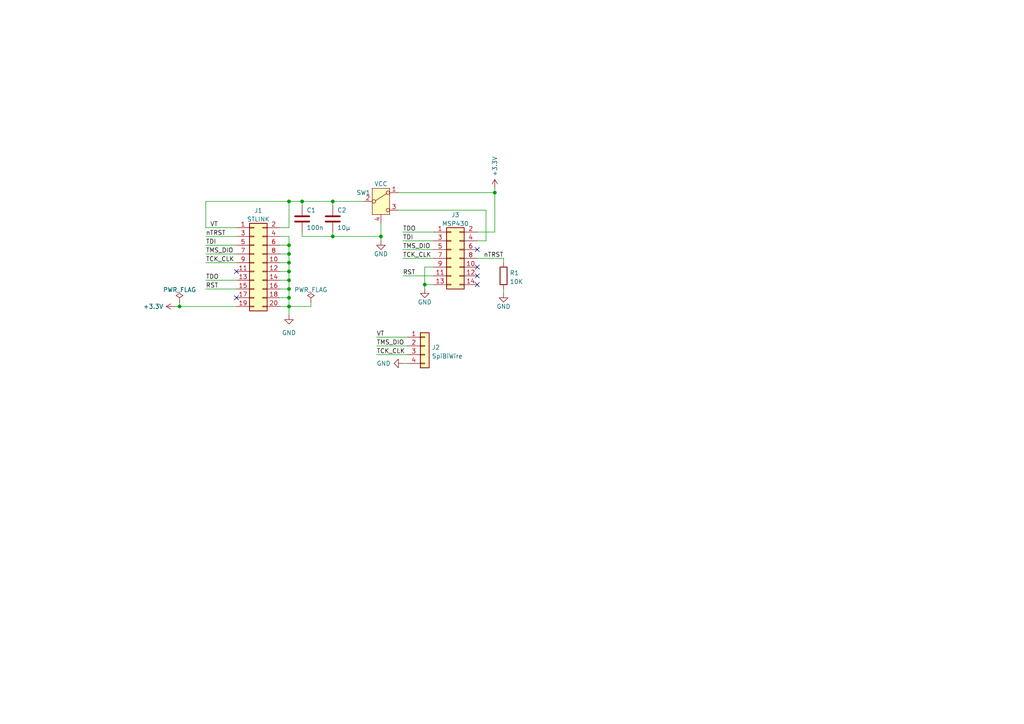
<source format=kicad_sch>
(kicad_sch (version 20211123) (generator eeschema)
  (paper "A4")
  (title_block (title "STLinkV2 to MSP430 Adapter") (date "2022-12-08") (rev "1") (company "Mathias Gruber"))
  (lib_symbols
    (symbol "Connector_Generic:Conn_01x04" (pin_names (offset 1.016) hide)
      (property "Reference" "J" (at 0 5.08 0))
      (property "Value" "Conn_01x04" (at 0 -7.62 0))
      (symbol "Conn_01x04_1_1"
        (rectangle (start -1.27 -4.953) (end 0 -5.207) (stroke (width 0.1524)))
        (rectangle (start -1.27 -2.413) (end 0 -2.667) (stroke (width 0.1524)))
        (rectangle (start -1.27 0.127) (end 0 -0.127) (stroke (width 0.1524)))
        (rectangle (start -1.27 2.667) (end 0 2.413) (stroke (width 0.1524)))
        (rectangle (start -1.27 3.81) (end 1.27 -6.35) (stroke (width 0.254)) (fill (type background)))
        (pin passive line (at -5.08 2.54 0) (length 3.81) (name "Pin_1") (number "1"))
        (pin passive line (at -5.08 0 0) (length 3.81) (name "Pin_2") (number "2"))
        (pin passive line (at -5.08 -2.54 0) (length 3.81) (name "Pin_3") (number "3"))
        (pin passive line (at -5.08 -5.08 0) (length 3.81) (name "Pin_4") (number "4"))
      )
    )
    (symbol "Connector_Generic:Conn_02x07_Odd_Even" (pin_names (offset 1.016) hide)
      (property "Reference" "J" (at 1.27 10.16 0))
      (property "Value" "Conn_02x07_Odd_Even" (at 1.27 -10.16 0))
      (symbol "Conn_02x07_Odd_Even_1_1"
        (rectangle (start -1.27 -7.493) (end 0 -7.747) (stroke (width 0.1524)))
        (rectangle (start -1.27 -4.953) (end 0 -5.207) (stroke (width 0.1524)))
        (rectangle (start -1.27 -2.413) (end 0 -2.667) (stroke (width 0.1524)))
        (rectangle (start -1.27 0.127) (end 0 -0.127) (stroke (width 0.1524)))
        (rectangle (start -1.27 2.667) (end 0 2.413) (stroke (width 0.1524)))
        (rectangle (start -1.27 5.207) (end 0 4.953) (stroke (width 0.1524)))
        (rectangle (start -1.27 7.747) (end 0 7.493) (stroke (width 0.1524)))
        (rectangle (start -1.27 8.89) (end 3.81 -8.89) (stroke (width 0.254)) (fill (type background)))
        (rectangle (start 3.81 -7.493) (end 2.54 -7.747) (stroke (width 0.1524)))
        (rectangle (start 3.81 -4.953) (end 2.54 -5.207) (stroke (width 0.1524)))
        (rectangle (start 3.81 -2.413) (end 2.54 -2.667) (stroke (width 0.1524)))
        (rectangle (start 3.81 0.127) (end 2.54 -0.127) (stroke (width 0.1524)))
        (rectangle (start 3.81 2.667) (end 2.54 2.413) (stroke (width 0.1524)))
        (rectangle (start 3.81 5.207) (end 2.54 4.953) (stroke (width 0.1524)))
        (rectangle (start 3.81 7.747) (end 2.54 7.493) (stroke (width 0.1524)))
        (pin passive line (at -5.08 7.62 0) (length 3.81) (name "Pin_1") (number "1"))
        (pin passive line (at 7.62 -2.54 180) (length 3.81) (name "Pin_10") (number "10"))
        (pin passive line (at -5.08 -5.08 0) (length 3.81) (name "Pin_11") (number "11"))
        (pin passive line (at 7.62 -5.08 180) (length 3.81) (name "Pin_12") (number "12"))
        (pin passive line (at -5.08 -7.62 0) (length 3.81) (name "Pin_13") (number "13"))
        (pin passive line (at 7.62 -7.62 180) (length 3.81) (name "Pin_14") (number "14"))
        (pin passive line (at 7.62 7.62 180) (length 3.81) (name "Pin_2") (number "2"))
        (pin passive line (at -5.08 5.08 0) (length 3.81) (name "Pin_3") (number "3"))
        (pin passive line (at 7.62 5.08 180) (length 3.81) (name "Pin_4") (number "4"))
        (pin passive line (at -5.08 2.54 0) (length 3.81) (name "Pin_5") (number "5"))
        (pin passive line (at 7.62 2.54 180) (length 3.81) (name "Pin_6") (number "6"))
        (pin passive line (at -5.08 0 0) (length 3.81) (name "Pin_7") (number "7"))
        (pin passive line (at 7.62 0 180) (length 3.81) (name "Pin_8") (number "8"))
        (pin passive line (at -5.08 -2.54 0) (length 3.81) (name "Pin_9") (number "9"))
      )
    )
    (symbol "Connector_Generic:Conn_02x10_Odd_Even" (pin_names (offset 1.016) hide)
      (property "Reference" "J" (at 1.27 12.7 0))
      (property "Value" "Conn_02x10_Odd_Even" (at 1.27 -15.24 0))
      (symbol "Conn_02x10_Odd_Even_1_1"
        (rectangle (start -1.27 -12.573) (end 0 -12.827) (stroke (width 0.1524)))
        (rectangle (start -1.27 -10.033) (end 0 -10.287) (stroke (width 0.1524)))
        (rectangle (start -1.27 -7.493) (end 0 -7.747) (stroke (width 0.1524)))
        (rectangle (start -1.27 -4.953) (end 0 -5.207) (stroke (width 0.1524)))
        (rectangle (start -1.27 -2.413) (end 0 -2.667) (stroke (width 0.1524)))
        (rectangle (start -1.27 0.127) (end 0 -0.127) (stroke (width 0.1524)))
        (rectangle (start -1.27 2.667) (end 0 2.413) (stroke (width 0.1524)))
        (rectangle (start -1.27 5.207) (end 0 4.953) (stroke (width 0.1524)))
        (rectangle (start -1.27 7.747) (end 0 7.493) (stroke (width 0.1524)))
        (rectangle (start -1.27 10.287) (end 0 10.033) (stroke (width 0.1524)))
        (rectangle (start -1.27 11.43) (end 3.81 -13.97) (stroke (width 0.254)) (fill (type background)))
        (rectangle (start 3.81 -12.573) (end 2.54 -12.827) (stroke (width 0.1524)))
        (rectangle (start 3.81 -10.033) (end 2.54 -10.287) (stroke (width 0.1524)))
        (rectangle (start 3.81 -7.493) (end 2.54 -7.747) (stroke (width 0.1524)))
        (rectangle (start 3.81 -4.953) (end 2.54 -5.207) (stroke (width 0.1524)))
        (rectangle (start 3.81 -2.413) (end 2.54 -2.667) (stroke (width 0.1524)))
        (rectangle (start 3.81 0.127) (end 2.54 -0.127) (stroke (width 0.1524)))
        (rectangle (start 3.81 2.667) (end 2.54 2.413) (stroke (width 0.1524)))
        (rectangle (start 3.81 5.207) (end 2.54 4.953) (stroke (width 0.1524)))
        (rectangle (start 3.81 7.747) (end 2.54 7.493) (stroke (width 0.1524)))
        (rectangle (start 3.81 10.287) (end 2.54 10.033) (stroke (width 0.1524)))
        (pin passive line (at -5.08 10.16 0) (length 3.81) (name "Pin_1") (number "1"))
        (pin passive line (at 7.62 0 180) (length 3.81) (name "Pin_10") (number "10"))
        (pin passive line (at -5.08 -2.54 0) (length 3.81) (name "Pin_11") (number "11"))
        (pin passive line (at 7.62 -2.54 180) (length 3.81) (name "Pin_12") (number "12"))
        (pin passive line (at -5.08 -5.08 0) (length 3.81) (name "Pin_13") (number "13"))
        (pin passive line (at 7.62 -5.08 180) (length 3.81) (name "Pin_14") (number "14"))
        (pin passive line (at -5.08 -7.62 0) (length 3.81) (name "Pin_15") (number "15"))
        (pin passive line (at 7.62 -7.62 180) (length 3.81) (name "Pin_16") (number "16"))
        (pin passive line (at -5.08 -10.16 0) (length 3.81) (name "Pin_17") (number "17"))
        (pin passive line (at 7.62 -10.16 180) (length 3.81) (name "Pin_18") (number "18"))
        (pin passive line (at -5.08 -12.7 0) (length 3.81) (name "Pin_19") (number "19"))
        (pin passive line (at 7.62 10.16 180) (length 3.81) (name "Pin_2") (number "2"))
        (pin passive line (at 7.62 -12.7 180) (length 3.81) (name "Pin_20") (number "20"))
        (pin passive line (at -5.08 7.62 0) (length 3.81) (name "Pin_3") (number "3"))
        (pin passive line (at 7.62 7.62 180) (length 3.81) (name "Pin_4") (number "4"))
        (pin passive line (at -5.08 5.08 0) (length 3.81) (name "Pin_5") (number "5"))
        (pin passive line (at 7.62 5.08 180) (length 3.81) (name "Pin_6") (number "6"))
        (pin passive line (at -5.08 2.54 0) (length 3.81) (name "Pin_7") (number "7"))
        (pin passive line (at 7.62 2.54 180) (length 3.81) (name "Pin_8") (number "8"))
        (pin passive line (at -5.08 0 0) (length 3.81) (name "Pin_9") (number "9"))
      )
    )
    (symbol "Device:C" (pin_numbers hide) (pin_names (offset 0.254))
      (property "Reference" "C" (at 0.635 2.54 0))
      (property "Value" "C" (at 0.635 -2.54 0))
      (symbol "C_0_1"
        (polyline (pts (xy -2.032 -0.762) (xy 2.032 -0.762)) (stroke (width 0.508)))
        (polyline (pts (xy -2.032 0.762) (xy 2.032 0.762)) (stroke (width 0.508)))
      )
      (symbol "C_1_1"
        (pin passive line (at 0 3.81 270) (length 2.794) (name "~") (number "1"))
        (pin passive line (at 0 -3.81 90) (length 2.794) (name "~") (number "2"))
      )
    )
    (symbol "Device:R" (pin_numbers hide) (pin_names (offset 0))
      (property "Reference" "R" (at 2.032 0 90))
      (property "Value" "R" (at 0 0 90))
      (symbol "R_0_1"
        (rectangle (start -1.016 -2.54) (end 1.016 2.54) (stroke (width 0.254)))
      )
      (symbol "R_1_1"
        (pin passive line (at 0 3.81 270) (length 1.27) (name "~") (number "1"))
        (pin passive line (at 0 -3.81 90) (length 1.27) (name "~") (number "2"))
      )
    )
    (symbol "SW_SPDT_PCM12:SW_SPDT_PCM12" (pin_names (offset 0) hide)
      (property "Reference" "SW" (at 0 5.08 0))
      (property "Value" "SW_SPDT_PCM12" (at 8.89 -5.08 0))
      (symbol "SW_SPDT_PCM12_0_0"
        (circle (center -2.032 0) (radius 0.508))
        (circle (center 2.032 -2.54) (radius 0.508))
      )
      (symbol "SW_SPDT_PCM12_0_1"
        (rectangle (start -2.54 3.81) (end 2.54 -3.81) (stroke (width 0.1524)) (fill (type background)))
        (polyline (pts (xy -1.524 0.254) (xy 1.651 2.286)))
        (circle (center 2.032 2.54) (radius 0.508))
      )
      (symbol "SW_SPDT_PCM12_1_1"
        (pin passive line (at 5.08 2.54 180) (length 2.54) (name "A") (number "1"))
        (pin passive line (at -5.08 0 0) (length 2.54) (name "B") (number "2"))
        (pin passive line (at 5.08 -2.54 180) (length 2.54) (name "C") (number "3"))
        (pin power_in line (at 0 -6.35 90) (length 2.54) (name "GND") (number "4"))
      )
    )
    (symbol "power:+3.3V" (power) (pin_names (offset 0))
      (property "Value" "+3.3V" (at 0 3.556 0))
      (symbol "+3.3V_0_1"
        (polyline (pts (xy -0.762 1.27) (xy 0 2.54)))
        (polyline (pts (xy 0 0) (xy 0 2.54)))
        (polyline (pts (xy 0 2.54) (xy 0.762 1.27)))
      )
      (symbol "+3.3V_1_1"
        (pin power_in line (at 0 0 90) (length 0) hide (name "+3.3V") (number "1"))
      )
    )
    (symbol "power:GND" (power) (pin_names (offset 0))
      (property "Value" "GND" (at 0 -3.81 0))
      (symbol "GND_0_1"
        (polyline (pts (xy 0 0) (xy 0 -1.27) (xy 1.27 -1.27) (xy 0 -2.54) (xy -1.27 -1.27) (xy 0 -1.27)))
      )
      (symbol "GND_1_1"
        (pin power_in line (at 0 0 270) (length 0) hide (name "GND") (number "1"))
      )
    )
    (symbol "power:PWR_FLAG" (power) (pin_numbers hide) (pin_names (offset 0) hide)
      (property "Value" "PWR_FLAG" (at 0 3.81 0))
      (symbol "PWR_FLAG_0_0"
        (pin power_out line (at 0 0 90) (length 0) (name "pwr") (number "1"))
      )
      (symbol "PWR_FLAG_0_1"
        (polyline (pts (xy 0 0) (xy 0 1.27) (xy -1.016 1.905) (xy 0 2.54) (xy 1.016 1.905) (xy 0 1.27)))
      )
    )
  )
  (junction (at 83.82 88.9))
  (junction (at 96.52 58.42))
  (junction (at 83.82 78.74))
  (junction (at 123.19 82.55))
  (junction (at 143.51 55.88))
  (junction (at 87.63 58.42))
  (junction (at 83.82 86.36))
  (junction (at 110.49 68.58))
  (junction (at 83.82 81.28))
  (junction (at 83.82 73.66))
  (junction (at 52.07 88.9))
  (junction (at 83.82 83.82))
  (junction (at 96.52 68.58))
  (junction (at 83.82 58.42))
  (junction (at 83.82 71.12))
  (junction (at 83.82 76.2))
  (no_connect (at 68.58 86.36))
  (no_connect (at 68.58 78.74))
  (no_connect (at 138.43 77.47))
  (no_connect (at 138.43 80.01))
  (no_connect (at 138.43 82.55))
  (no_connect (at 138.43 72.39))
  (wire (pts (xy 116.84 67.31) (xy 125.73 67.31)))
  (wire (pts (xy 81.28 66.04) (xy 83.82 66.04)))
  (wire (pts (xy 59.69 66.04) (xy 68.58 66.04)))
  (wire (pts (xy 87.63 67.31) (xy 87.63 68.58)))
  (wire (pts (xy 109.22 100.33) (xy 118.11 100.33)))
  (wire (pts (xy 87.63 68.58) (xy 96.52 68.58)))
  (wire (pts (xy 59.69 83.82) (xy 68.58 83.82)))
  (wire (pts (xy 116.84 105.41) (xy 118.11 105.41)))
  (wire (pts (xy 90.17 87.63) (xy 90.17 88.9)))
  (wire (pts (xy 59.69 68.58) (xy 68.58 68.58)))
  (wire (pts (xy 59.69 73.66) (xy 68.58 73.66)))
  (wire (pts (xy 90.17 88.9) (xy 83.82 88.9)))
  (wire (pts (xy 116.84 69.85) (xy 125.73 69.85)))
  (wire (pts (xy 83.82 71.12) (xy 83.82 68.58)))
  (wire (pts (xy 83.82 78.74) (xy 83.82 76.2)))
  (wire (pts (xy 115.57 60.96) (xy 140.97 60.96)))
  (wire (pts (xy 109.22 102.87) (xy 118.11 102.87)))
  (wire (pts (xy 96.52 58.42) (xy 105.41 58.42)))
  (wire (pts (xy 146.05 74.93) (xy 146.05 76.2)))
  (wire (pts (xy 96.52 58.42) (xy 96.52 59.69)))
  (wire (pts (xy 52.07 88.9) (xy 68.58 88.9)))
  (wire (pts (xy 87.63 58.42) (xy 96.52 58.42)))
  (wire (pts (xy 83.82 88.9) (xy 83.82 86.36)))
  (wire (pts (xy 123.19 82.55) (xy 125.73 82.55)))
  (wire (pts (xy 59.69 76.2) (xy 68.58 76.2)))
  (wire (pts (xy 96.52 67.31) (xy 96.52 68.58)))
  (wire (pts (xy 83.82 58.42) (xy 87.63 58.42)))
  (wire (pts (xy 81.28 71.12) (xy 83.82 71.12)))
  (wire (pts (xy 110.49 64.77) (xy 110.49 68.58)))
  (wire (pts (xy 125.73 77.47) (xy 123.19 77.47)))
  (wire (pts (xy 83.82 58.42) (xy 59.69 58.42)))
  (wire (pts (xy 81.28 86.36) (xy 83.82 86.36)))
  (wire (pts (xy 59.69 81.28) (xy 68.58 81.28)))
  (wire (pts (xy 81.28 83.82) (xy 83.82 83.82)))
  (wire (pts (xy 83.82 73.66) (xy 83.82 71.12)))
  (wire (pts (xy 143.51 67.31) (xy 143.51 55.88)))
  (wire (pts (xy 81.28 88.9) (xy 83.82 88.9)))
  (wire (pts (xy 83.82 68.58) (xy 81.28 68.58)))
  (wire (pts (xy 83.82 83.82) (xy 83.82 81.28)))
  (wire (pts (xy 81.28 81.28) (xy 83.82 81.28)))
  (wire (pts (xy 87.63 58.42) (xy 87.63 59.69)))
  (wire (pts (xy 116.84 72.39) (xy 125.73 72.39)))
  (wire (pts (xy 140.97 60.96) (xy 140.97 69.85)))
  (wire (pts (xy 123.19 77.47) (xy 123.19 82.55)))
  (wire (pts (xy 81.28 78.74) (xy 83.82 78.74)))
  (wire (pts (xy 83.82 76.2) (xy 83.82 73.66)))
  (wire (pts (xy 146.05 83.82) (xy 146.05 85.09)))
  (wire (pts (xy 116.84 74.93) (xy 125.73 74.93)))
  (wire (pts (xy 110.49 68.58) (xy 110.49 69.85)))
  (wire (pts (xy 83.82 86.36) (xy 83.82 83.82)))
  (wire (pts (xy 109.22 97.79) (xy 118.11 97.79)))
  (wire (pts (xy 140.97 69.85) (xy 138.43 69.85)))
  (wire (pts (xy 96.52 68.58) (xy 110.49 68.58)))
  (wire (pts (xy 83.82 91.44) (xy 83.82 88.9)))
  (wire (pts (xy 83.82 58.42) (xy 83.82 66.04)))
  (wire (pts (xy 59.69 71.12) (xy 68.58 71.12)))
  (wire (pts (xy 143.51 55.88) (xy 143.51 54.61)))
  (wire (pts (xy 83.82 81.28) (xy 83.82 78.74)))
  (wire (pts (xy 52.07 87.63) (xy 52.07 88.9)))
  (wire (pts (xy 59.69 58.42) (xy 59.69 66.04)))
  (wire (pts (xy 81.28 76.2) (xy 83.82 76.2)))
  (wire (pts (xy 138.43 67.31) (xy 143.51 67.31)))
  (wire (pts (xy 138.43 74.93) (xy 146.05 74.93)))
  (wire (pts (xy 123.19 82.55) (xy 123.19 83.82)))
  (wire (pts (xy 81.28 73.66) (xy 83.82 73.66)))
  (wire (pts (xy 50.8 88.9) (xy 52.07 88.9)))
  (wire (pts (xy 115.57 55.88) (xy 143.51 55.88)))
  (wire (pts (xy 116.84 80.01) (xy 125.73 80.01)))
  (label "TDO" (at 59.69 81.28 0))
  (label "TDI" (at 59.69 71.12 0))
  (label "TMS_DIO" (at 116.84 72.39 0))
  (label "RST" (at 59.69 83.82 0))
  (label "TDI" (at 116.84 69.85 0))
  (label "nTRST" (at 146.05 74.93 180))
  (label "TMS_DIO" (at 59.69 73.66 0))
  (label "TCK_CLK" (at 116.84 74.93 0))
  (label "VT" (at 109.22 97.79 0))
  (label "TMS_DIO" (at 109.22 100.33 0))
  (label "VT" (at 60.96 66.04 0))
  (label "TCK_CLK" (at 109.22 102.87 0))
  (label "TDO" (at 116.84 67.31 0))
  (label "TCK_CLK" (at 59.69 76.2 0))
  (label "nTRST" (at 59.69 68.58 0))
  (label "RST" (at 116.84 80.01 0))
  (symbol (lib_id "power:+3.3V") (at 143.51 54.61 0) (unit 1)
    (property "Reference" "#PWR06" (effects hide))
    (property "Value" "+3.3V" (at 143.51 48.26 90))
  )
  (symbol (lib_id "power:+3.3V") (at 50.8 88.9 90) (unit 1)
    (property "Reference" "#PWR01" (effects hide))
    (property "Value" "+3.3V" (at 44.45 88.9 90))
  )
  (symbol (lib_id "SW_SPDT_PCM12:SW_SPDT_PCM12") (at 110.49 58.42 0) (unit 1)
    (property "Reference" "SW1" (at 105.41 55.88 0))
    (property "Value" "VCC" (at 110.49 53.34 0))
    (property "Footprint" "lib:SW_SPDT_PCM12" (effects hide))
  )
  (symbol (lib_id "power:GND") (at 146.05 85.09 0) (unit 1)
    (property "Reference" "#PWR07" (effects hide))
    (property "Value" "GND" (at 146.05 88.9 0))
  )
  (symbol (lib_id "power:PWR_FLAG") (at 90.17 87.63 0) (unit 1)
    (property "Reference" "#FLG02" (effects hide))
    (property "Value" "PWR_FLAG" (at 90.17 84.0542 0))
  )
  (symbol (lib_id "power:GND") (at 110.49 69.85 0) (unit 1)
    (property "Reference" "#PWR03" (effects hide))
    (property "Value" "GND" (at 110.49 73.66 0))
  )
  (symbol (lib_id "Device:C") (at 87.63 63.5 0) (unit 1)
    (property "Reference" "C1" (at 88.9 60.96 0) (effects (justify left)))
    (property "Value" "100n" (at 88.9 66.04 0) (effects (justify left)))
    (property "Footprint" "Capacitor_SMD:C_0603_1608Metric_Pad1.08x0.95mm_HandSolder" (effects hide))
  )
  (symbol (lib_id "power:GND") (at 123.19 83.82 0) (unit 1)
    (property "Reference" "#PWR05" (effects hide))
    (property "Value" "GND" (at 123.19 87.63 0))
  )
  (symbol (lib_id "power:GND") (at 83.82 91.44 0) (unit 1)
    (property "Reference" "#PWR02" (effects hide))
    (property "Value" "GND" (at 83.82 96.52 0))
  )
  (symbol (lib_id "Connector_Generic:Conn_02x07_Odd_Even") (at 130.81 74.93 0) (unit 1)
    (property "Reference" "J3" (at 132.08 62.3402 0))
    (property "Value" "MSP430" (at 132.08 64.8771 0))
    (property "Footprint" "Connector_IDC:IDC-Header_2x07_P2.54mm_Vertical" (effects hide))
  )
  (symbol (lib_id "Connector_Generic:Conn_02x10_Odd_Even") (at 73.66 76.2 0) (unit 1)
    (property "Reference" "J1" (at 74.93 61.0702 0))
    (property "Value" "STLINK" (at 74.93 63.6071 0))
    (property "Footprint" "Connector_PinSocket_2.54mm:PinSocket_2x10_P2.54mm_Horizontal" (effects hide))
  )
  (symbol (lib_id "power:GND") (at 116.84 105.41 270) (mirror x) (unit 1)
    (property "Reference" "#PWR04" (effects hide))
    (property "Value" "GND" (at 109.22 105.41 90) (effects (justify left)))
  )
  (symbol (lib_id "Device:R") (at 146.05 80.01 0) (unit 1)
    (property "Reference" "R1" (at 147.828 79.1753 0) (effects (justify left)))
    (property "Value" "10K" (at 147.828 81.7122 0) (effects (justify left)))
    (property "Footprint" "Resistor_SMD:R_0603_1608Metric_Pad0.98x0.95mm_HandSolder" (effects hide))
  )
  (symbol (lib_id "power:PWR_FLAG") (at 52.07 87.63 0) (unit 1)
    (property "Reference" "#FLG01" (effects hide))
    (property "Value" "PWR_FLAG" (at 52.07 84.0542 0))
  )
  (symbol (lib_id "Device:C") (at 96.52 63.5 0) (unit 1)
    (property "Reference" "C2" (at 97.79 60.96 0) (effects (justify left)))
    (property "Value" "10µ" (at 97.79 66.04 0) (effects (justify left)))
    (property "Footprint" "Capacitor_SMD:C_0603_1608Metric_Pad1.08x0.95mm_HandSolder" (effects hide))
  )
  (symbol (lib_id "Connector_Generic:Conn_01x04") (at 123.19 100.33 0) (unit 1)
    (property "Reference" "J2" (at 125.222 100.7653 0) (effects (justify left)))
    (property "Value" "SpiBiWire" (at 125.222 103.3022 0) (effects (justify left)))
    (property "Footprint" "Connector_JST:JST_XH_B4B-XH-A_1x04_P2.50mm_Vertical" (effects hide))
  )
)
</source>
